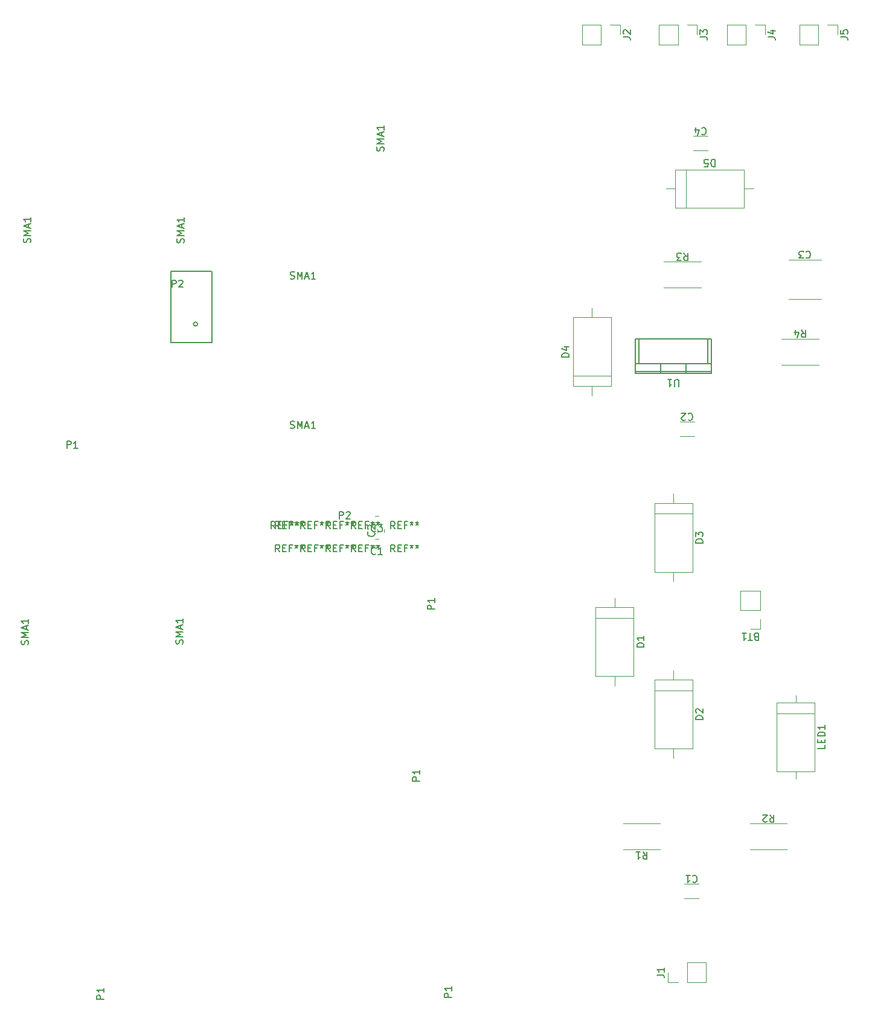
<source format=gbr>
*
%LPD*%
%LNTop Silk*%
%FSLAX25Y25*%
%MOIN*%
%AD*%
%AD*%
%ADD20C,0.005905512*%
%ADD35C,0.004724409*%
G54D20*
%SRX1Y1I0.0J0.0*%
G1X99273Y12322D2*
G1X95336Y12322D1*
G1X95336Y13822D1*
G1X95524Y14197D1*
G1X95711Y14385D1*
G1X96086Y14572D1*
G1X96648Y14572D1*
G1X97023Y14385D1*
G1X97211Y14197D1*
G1X97398Y13822D1*
G1X97398Y12322D1*
G1X99273Y18322D2*
G1X99273Y16072D1*
G1X99273Y17197D2*
G1X95336Y17197D1*
G1X95899Y16822D1*
G1X96274Y16447D1*
G1X96461Y16072D1*
G1X273573Y132722D2*
G1X269636Y132722D1*
G1X269636Y134222D1*
G1X269824Y134597D1*
G1X270011Y134785D1*
G1X270386Y134972D1*
G1X270948Y134972D1*
G1X271323Y134785D1*
G1X271511Y134597D1*
G1X271698Y134222D1*
G1X271698Y132722D1*
G1X273573Y138722D2*
G1X273573Y136472D1*
G1X273573Y137597D2*
G1X269636Y137597D1*
G1X270199Y137222D1*
G1X270574Y136847D1*
G1X270761Y136472D1*
G1X461622Y226950D2*
G54D35*
G1X461622Y237422D1*
G1X450678Y237422D1*
G1X450678Y226950D1*
G1X461622Y226950D1*
G1X461622Y221950D2*
G1X461622Y216478D1*
G1X456150Y216478D1*
G1X427587Y75966D2*
G1X419713Y75966D1*
G1X419713Y67934D2*
G1X427587Y67934D1*
G1X425087Y330966D2*
G1X417213Y330966D1*
G1X417213Y322934D2*
G1X425087Y322934D1*
G1X495205Y420198D2*
G1X477095Y420198D1*
G1X477095Y398702D2*
G1X495205Y398702D1*
G1X432587Y488466D2*
G1X424713Y488466D1*
G1X424713Y480434D2*
G1X432587Y480434D1*
G1X391642Y228446D2*
G1X370658Y228446D1*
G1X370658Y190454D1*
G1X391642Y190454D1*
G1X391642Y228446D1*
G1X381150Y233623D2*
G1X381150Y228446D1*
G1X381150Y185277D2*
G1X381150Y190454D1*
G1X391642Y222582D2*
G1X370658Y222582D1*
G1X424142Y188446D2*
G1X403158Y188446D1*
G1X403158Y150454D1*
G1X424142Y150454D1*
G1X424142Y188446D1*
G1X413650Y193623D2*
G1X413650Y188446D1*
G1X413650Y145277D2*
G1X413650Y150454D1*
G1X424142Y182582D2*
G1X403158Y182582D1*
G1X424142Y285946D2*
G1X403158Y285946D1*
G1X403158Y247954D1*
G1X424142Y247954D1*
G1X424142Y285946D1*
G1X413650Y291123D2*
G1X413650Y285946D1*
G1X413650Y242777D2*
G1X413650Y247954D1*
G1X424142Y280082D2*
G1X403158Y280082D1*
G1X358158Y350454D2*
G1X379142Y350454D1*
G1X379142Y388446D1*
G1X358158Y388446D1*
G1X358158Y350454D1*
G1X368650Y345277D2*
G1X368650Y350454D1*
G1X368650Y393623D2*
G1X368650Y388446D1*
G1X358158Y356318D2*
G1X379142Y356318D1*
G1X414654Y469942D2*
G1X414654Y448958D1*
G1X452646Y448958D1*
G1X452646Y469942D1*
G1X414654Y469942D1*
G1X409477Y459450D2*
G1X414654Y459450D1*
G1X457823Y459450D2*
G1X452646Y459450D1*
G1X420518Y469942D2*
G1X420518Y448958D1*
G1X421150Y21478D2*
G1X431622Y21478D1*
G1X431622Y32422D1*
G1X421150Y32422D1*
G1X421150Y21478D1*
G1X416150Y21478D2*
G1X410678Y21478D1*
G1X410678Y26950D1*
G1X373650Y549922D2*
G1X363178Y549922D1*
G1X363178Y538978D1*
G1X373650Y538978D1*
G1X373650Y549922D1*
G1X378650Y549922D2*
G1X384122Y549922D1*
G1X384122Y544450D1*
G1X416150Y549922D2*
G1X405678Y549922D1*
G1X405678Y538978D1*
G1X416150Y538978D1*
G1X416150Y549922D1*
G1X421150Y549922D2*
G1X426622Y549922D1*
G1X426622Y544450D1*
G1X453650Y549922D2*
G1X443178Y549922D1*
G1X443178Y538978D1*
G1X453650Y538978D1*
G1X453650Y549922D1*
G1X458650Y549922D2*
G1X464122Y549922D1*
G1X464122Y544450D1*
G1X493650Y549922D2*
G1X483178Y549922D1*
G1X483178Y538978D1*
G1X493650Y538978D1*
G1X493650Y549922D1*
G1X498650Y549922D2*
G1X504122Y549922D1*
G1X504122Y544450D1*
G1X491622Y175887D2*
G1X470678Y175887D1*
G1X470678Y138013D1*
G1X491622Y138013D1*
G1X491622Y175887D1*
G1X481150Y179942D2*
G1X481150Y175887D1*
G1X481150Y133958D2*
G1X481150Y138013D1*
G1X491622Y170041D2*
G1X470678Y170041D1*
G1X385914Y109115D2*
G1X406386Y109115D1*
G1X406386Y94785D2*
G1X385914Y94785D1*
G1X476386Y94785D2*
G1X455914Y94785D1*
G1X455914Y109115D2*
G1X476386Y109115D1*
G1X428886Y404785D2*
G1X408414Y404785D1*
G1X408414Y419115D2*
G1X428886Y419115D1*
G1X493886Y362285D2*
G1X473414Y362285D1*
G1X473414Y376615D2*
G1X493886Y376615D1*
G1X394650Y362950D2*
G54D20*
G1X394650Y376450D1*
G1X432650Y362950D2*
G1X432650Y376450D1*
G1X392650Y358450D2*
G1X434650Y358450D1*
G1X406650Y362450D2*
G1X406650Y357450D1*
G1X420650Y362450D2*
G1X420650Y357450D1*
G1X434650Y362950D2*
G1X392650Y362950D1*
G1X392650Y376450D2*
G1X434650Y376450D1*
G1X434650Y357450D2*
G1X434650Y376450D1*
G1X392650Y357450D2*
G1X392650Y376450D1*
G1X392650Y357450D2*
G1X434650Y357450D1*
G1X459243Y212259D2*
G1X458681Y212447D1*
G1X458493Y212634D1*
G1X458306Y213009D1*
G1X458306Y213572D1*
G1X458493Y213947D1*
G1X458681Y214134D1*
G1X459056Y214322D1*
G1X460556Y214322D1*
G1X460556Y210385D1*
G1X459243Y210385D1*
G1X458868Y210572D1*
G1X458681Y210760D1*
G1X458493Y211134D1*
G1X458493Y211509D1*
G1X458681Y211884D1*
G1X458868Y212072D1*
G1X459243Y212259D1*
G1X460556Y212259D1*
G1X457181Y210385D2*
G1X454931Y210385D1*
G1X456056Y214322D2*
G1X456056Y210385D1*
G1X451557Y214322D2*
G1X453807Y214322D1*
G1X452682Y214322D2*
G1X452682Y210385D1*
G1X453057Y210947D1*
G1X453432Y211322D1*
G1X453807Y211509D1*
G1X424306Y80246D2*
G1X424494Y80433D1*
G1X425056Y80621D1*
G1X425431Y80621D1*
G1X425993Y80433D1*
G1X426368Y80058D1*
G1X426556Y79683D1*
G1X426743Y78934D1*
G1X426743Y78371D1*
G1X426556Y77621D1*
G1X426368Y77246D1*
G1X425993Y76871D1*
G1X425431Y76684D1*
G1X425056Y76684D1*
G1X424494Y76871D1*
G1X424306Y77059D1*
G1X420557Y80621D2*
G1X422806Y80621D1*
G1X421681Y80621D2*
G1X421681Y76684D1*
G1X422056Y77246D1*
G1X422431Y77621D1*
G1X422806Y77809D1*
G1X421806Y335246D2*
G1X421994Y335433D1*
G1X422556Y335621D1*
G1X422931Y335621D1*
G1X423493Y335433D1*
G1X423868Y335058D1*
G1X424056Y334683D1*
G1X424243Y333934D1*
G1X424243Y333371D1*
G1X424056Y332621D1*
G1X423868Y332246D1*
G1X423493Y331871D1*
G1X422931Y331684D1*
G1X422556Y331684D1*
G1X421994Y331871D1*
G1X421806Y332059D1*
G1X420306Y332059D2*
G1X420119Y331871D1*
G1X419744Y331684D1*
G1X418807Y331684D1*
G1X418432Y331871D1*
G1X418244Y332059D1*
G1X418057Y332434D1*
G1X418057Y332809D1*
G1X418244Y333371D1*
G1X420494Y335621D1*
G1X418057Y335621D1*
G1X486806Y424636D2*
G1X486994Y424823D1*
G1X487556Y425011D1*
G1X487931Y425011D1*
G1X488493Y424823D1*
G1X488868Y424448D1*
G1X489056Y424073D1*
G1X489243Y423323D1*
G1X489243Y422761D1*
G1X489056Y422011D1*
G1X488868Y421636D1*
G1X488493Y421261D1*
G1X487931Y421074D1*
G1X487556Y421074D1*
G1X486994Y421261D1*
G1X486806Y421449D1*
G1X485494Y421074D2*
G1X483057Y421074D1*
G1X484369Y422573D1*
G1X483807Y422573D1*
G1X483432Y422761D1*
G1X483244Y422948D1*
G1X483057Y423323D1*
G1X483057Y424261D1*
G1X483244Y424636D1*
G1X483432Y424823D1*
G1X483807Y425011D1*
G1X484931Y425011D1*
G1X485306Y424823D1*
G1X485494Y424636D1*
G1X429306Y492746D2*
G1X429494Y492933D1*
G1X430056Y493121D1*
G1X430431Y493121D1*
G1X430993Y492933D1*
G1X431368Y492558D1*
G1X431556Y492183D1*
G1X431743Y491434D1*
G1X431743Y490871D1*
G1X431556Y490121D1*
G1X431368Y489746D1*
G1X430993Y489371D1*
G1X430431Y489184D1*
G1X430056Y489184D1*
G1X429494Y489371D1*
G1X429306Y489559D1*
G1X425932Y490496D2*
G1X425932Y493121D1*
G1X426869Y488996D2*
G1X427806Y491808D1*
G1X425369Y491808D1*
G1X397360Y206544D2*
G1X393423Y206544D1*
G1X393423Y207481D1*
G1X393611Y208044D1*
G1X393986Y208419D1*
G1X394361Y208606D1*
G1X395110Y208794D1*
G1X395673Y208794D1*
G1X396423Y208606D1*
G1X396798Y208419D1*
G1X397173Y208044D1*
G1X397360Y207481D1*
G1X397360Y206544D1*
G1X397360Y212543D2*
G1X397360Y210294D1*
G1X397360Y211419D2*
G1X393423Y211419D1*
G1X393986Y211044D1*
G1X394361Y210669D1*
G1X394548Y210294D1*
G1X429860Y166544D2*
G1X425923Y166544D1*
G1X425923Y167481D1*
G1X426111Y168044D1*
G1X426486Y168419D1*
G1X426861Y168606D1*
G1X427610Y168794D1*
G1X428173Y168794D1*
G1X428923Y168606D1*
G1X429298Y168419D1*
G1X429673Y168044D1*
G1X429860Y167481D1*
G1X429860Y166544D1*
G1X426298Y170294D2*
G1X426111Y170481D1*
G1X425923Y170856D1*
G1X425923Y171793D1*
G1X426111Y172168D1*
G1X426298Y172356D1*
G1X426673Y172543D1*
G1X427048Y172543D1*
G1X427610Y172356D1*
G1X429860Y170106D1*
G1X429860Y172543D1*
G1X429860Y264044D2*
G1X425923Y264044D1*
G1X425923Y264981D1*
G1X426111Y265544D1*
G1X426486Y265919D1*
G1X426861Y266106D1*
G1X427610Y266294D1*
G1X428173Y266294D1*
G1X428923Y266106D1*
G1X429298Y265919D1*
G1X429673Y265544D1*
G1X429860Y264981D1*
G1X429860Y264044D1*
G1X425923Y267606D2*
G1X425923Y270043D1*
G1X427423Y268731D1*
G1X427423Y269293D1*
G1X427610Y269668D1*
G1X427798Y269856D1*
G1X428173Y270043D1*
G1X429110Y270043D1*
G1X429485Y269856D1*
G1X429673Y269668D1*
G1X429860Y269293D1*
G1X429860Y268169D1*
G1X429673Y267794D1*
G1X429485Y267606D1*
G1X356002Y366544D2*
G1X352065Y366544D1*
G1X352065Y367481D1*
G1X352252Y368044D1*
G1X352627Y368419D1*
G1X353002Y368606D1*
G1X353752Y368794D1*
G1X354315Y368794D1*
G1X355065Y368606D1*
G1X355439Y368419D1*
G1X355814Y368044D1*
G1X356002Y367481D1*
G1X356002Y366544D1*
G1X353377Y372168D2*
G1X356002Y372168D1*
G1X351877Y371231D2*
G1X354690Y370294D1*
G1X354690Y372731D1*
G1X436556Y475660D2*
G1X436556Y471723D1*
G1X435619Y471723D1*
G1X435056Y471911D1*
G1X434681Y472286D1*
G1X434494Y472661D1*
G1X434306Y473410D1*
G1X434306Y473973D1*
G1X434494Y474723D1*
G1X434681Y475098D1*
G1X435056Y475473D1*
G1X435619Y475660D1*
G1X436556Y475660D1*
G1X430744Y471723D2*
G1X432619Y471723D1*
G1X432806Y473598D1*
G1X432619Y473410D1*
G1X432244Y473223D1*
G1X431307Y473223D1*
G1X430932Y473410D1*
G1X430744Y473598D1*
G1X430557Y473973D1*
G1X430557Y474910D1*
G1X430744Y475285D1*
G1X430932Y475473D1*
G1X431307Y475660D1*
G1X432244Y475660D1*
G1X432619Y475473D1*
G1X432806Y475285D1*
G1X404585Y25638D2*
G1X407397Y25638D1*
G1X407959Y25450D1*
G1X408334Y25075D1*
G1X408522Y24513D1*
G1X408522Y24138D1*
G1X408522Y29575D2*
G1X408522Y27325D1*
G1X408522Y28450D2*
G1X404585Y28450D1*
G1X405147Y28075D1*
G1X405522Y27700D1*
G1X405709Y27325D1*
G1X385903Y543138D2*
G1X388716Y543138D1*
G1X389278Y542950D1*
G1X389653Y542575D1*
G1X389840Y542013D1*
G1X389840Y541638D1*
G1X386278Y544825D2*
G1X386091Y545012D1*
G1X385903Y545387D1*
G1X385903Y546325D1*
G1X386091Y546700D1*
G1X386278Y546887D1*
G1X386653Y547075D1*
G1X387028Y547075D1*
G1X387591Y546887D1*
G1X389840Y544637D1*
G1X389840Y547075D1*
G1X428403Y543138D2*
G1X431216Y543138D1*
G1X431778Y542950D1*
G1X432153Y542575D1*
G1X432340Y542013D1*
G1X432340Y541638D1*
G1X428403Y544637D2*
G1X428403Y547075D1*
G1X429903Y545762D1*
G1X429903Y546325D1*
G1X430091Y546700D1*
G1X430278Y546887D1*
G1X430653Y547075D1*
G1X431591Y547075D1*
G1X431966Y546887D1*
G1X432153Y546700D1*
G1X432340Y546325D1*
G1X432340Y545200D1*
G1X432153Y544825D1*
G1X431966Y544637D1*
G1X465903Y543138D2*
G1X468716Y543138D1*
G1X469278Y542950D1*
G1X469653Y542575D1*
G1X469840Y542013D1*
G1X469840Y541638D1*
G1X467216Y546700D2*
G1X469840Y546700D1*
G1X465716Y545762D2*
G1X468528Y544825D1*
G1X468528Y547262D1*
G1X505903Y543138D2*
G1X508716Y543138D1*
G1X509278Y542950D1*
G1X509653Y542575D1*
G1X509840Y542013D1*
G1X509840Y541638D1*
G1X505903Y546887D2*
G1X505903Y545012D1*
G1X507778Y544825D1*
G1X507591Y545012D1*
G1X507403Y545387D1*
G1X507403Y546325D1*
G1X507591Y546700D1*
G1X507778Y546887D1*
G1X508153Y547075D1*
G1X509091Y547075D1*
G1X509466Y546887D1*
G1X509653Y546700D1*
G1X509840Y546325D1*
G1X509840Y545387D1*
G1X509653Y545012D1*
G1X509466Y544825D1*
G1X497340Y152544D2*
G1X497340Y150670D1*
G1X493403Y150670D1*
G1X495278Y153857D2*
G1X495278Y155169D1*
G1X497340Y155731D2*
G1X497340Y153857D1*
G1X493403Y153857D1*
G1X493403Y155731D1*
G1X497340Y157419D2*
G1X493403Y157419D1*
G1X493403Y158356D1*
G1X493591Y158919D1*
G1X493966Y159293D1*
G1X494341Y159481D1*
G1X495091Y159668D1*
G1X495653Y159668D1*
G1X496403Y159481D1*
G1X496778Y159293D1*
G1X497153Y158919D1*
G1X497340Y158356D1*
G1X497340Y157419D1*
G1X497340Y163418D2*
G1X497340Y161168D1*
G1X497340Y162293D2*
G1X493403Y162293D1*
G1X493966Y161918D1*
G1X494341Y161543D1*
G1X494528Y161168D1*
G1X396806Y93495D2*
G1X398119Y91620D1*
G1X399056Y93495D2*
G1X399056Y89558D1*
G1X397556Y89558D1*
G1X397181Y89745D1*
G1X396994Y89933D1*
G1X396806Y90308D1*
G1X396806Y90870D1*
G1X396994Y91245D1*
G1X397181Y91433D1*
G1X397556Y91620D1*
G1X399056Y91620D1*
G1X393057Y93495D2*
G1X395306Y93495D1*
G1X394181Y93495D2*
G1X394181Y89558D1*
G1X394556Y90120D1*
G1X394931Y90495D1*
G1X395306Y90683D1*
G1X466806Y113967D2*
G1X468119Y112092D1*
G1X469056Y113967D2*
G1X469056Y110030D1*
G1X467556Y110030D1*
G1X467181Y110218D1*
G1X466994Y110405D1*
G1X466806Y110780D1*
G1X466806Y111343D1*
G1X466994Y111718D1*
G1X467181Y111905D1*
G1X467556Y112092D1*
G1X469056Y112092D1*
G1X465306Y110405D2*
G1X465119Y110218D1*
G1X464744Y110030D1*
G1X463807Y110030D1*
G1X463432Y110218D1*
G1X463244Y110405D1*
G1X463057Y110780D1*
G1X463057Y111155D1*
G1X463244Y111718D1*
G1X465494Y113967D1*
G1X463057Y113967D1*
G1X419306Y423967D2*
G1X420619Y422092D1*
G1X421556Y423967D2*
G1X421556Y420030D1*
G1X420056Y420030D1*
G1X419681Y420218D1*
G1X419494Y420405D1*
G1X419306Y420780D1*
G1X419306Y421343D1*
G1X419494Y421718D1*
G1X419681Y421905D1*
G1X420056Y422092D1*
G1X421556Y422092D1*
G1X417994Y420030D2*
G1X415557Y420030D1*
G1X416869Y421530D1*
G1X416307Y421530D1*
G1X415932Y421718D1*
G1X415744Y421905D1*
G1X415557Y422280D1*
G1X415557Y423217D1*
G1X415744Y423592D1*
G1X415932Y423780D1*
G1X416307Y423967D1*
G1X417431Y423967D1*
G1X417806Y423780D1*
G1X417994Y423592D1*
G1X484306Y381467D2*
G1X485619Y379592D1*
G1X486556Y381467D2*
G1X486556Y377530D1*
G1X485056Y377530D1*
G1X484681Y377718D1*
G1X484494Y377905D1*
G1X484306Y378280D1*
G1X484306Y378843D1*
G1X484494Y379218D1*
G1X484681Y379405D1*
G1X485056Y379592D1*
G1X486556Y379592D1*
G1X480932Y378843D2*
G1X480932Y381467D1*
G1X481869Y377343D2*
G1X482806Y380155D1*
G1X480369Y380155D1*
G1X416650Y350294D2*
G1X416650Y353481D1*
G1X416462Y353856D1*
G1X416275Y354044D1*
G1X415900Y354231D1*
G1X415150Y354231D1*
G1X414775Y354044D1*
G1X414587Y353856D1*
G1X414400Y353481D1*
G1X414400Y350294D1*
G1X410463Y354231D2*
G1X412713Y354231D1*
G1X411588Y354231D2*
G1X411588Y350294D1*
G1X411963Y350856D1*
G1X412338Y351231D1*
G1X412713Y351419D1*
G1X291123Y13272D2*
G1X287186Y13272D1*
G1X287186Y14772D1*
G1X287374Y15147D1*
G1X287561Y15335D1*
G1X287936Y15522D1*
G1X288498Y15522D1*
G1X288873Y15335D1*
G1X289061Y15147D1*
G1X289248Y14772D1*
G1X289248Y13272D1*
G1X291123Y19272D2*
G1X291123Y17022D1*
G1X291123Y18147D2*
G1X287186Y18147D1*
G1X287749Y17772D1*
G1X288124Y17397D1*
G1X288311Y17022D1*
G1X57386Y207992D2*
G1X57573Y208554D1*
G1X57573Y209492D1*
G1X57386Y209866D1*
G1X57198Y210054D1*
G1X56823Y210241D1*
G1X56448Y210241D1*
G1X56073Y210054D1*
G1X55886Y209866D1*
G1X55698Y209492D1*
G1X55511Y208742D1*
G1X55323Y208367D1*
G1X55136Y208179D1*
G1X54761Y207992D1*
G1X54386Y207992D1*
G1X54011Y208179D1*
G1X53824Y208367D1*
G1X53636Y208742D1*
G1X53636Y209679D1*
G1X53824Y210241D1*
G1X57573Y211929D2*
G1X53636Y211929D1*
G1X56448Y213241D1*
G1X53636Y214553D1*
G1X57573Y214553D1*
G1X56448Y216241D2*
G1X56448Y218115D1*
G1X57573Y215866D2*
G1X53636Y217178D1*
G1X57573Y218490D1*
G1X57573Y221865D2*
G1X57573Y219615D1*
G1X57573Y220740D2*
G1X53636Y220740D1*
G1X54199Y220365D1*
G1X54574Y219990D1*
G1X54761Y219615D1*
G1X248866Y262550D2*
G54D35*
G1X250834Y262550D1*
G1X250834Y266250D2*
G1X248866Y266250D1*
G1X250150Y271734D2*
G1X250150Y269766D1*
G1X253850Y269766D2*
G1X253850Y271734D1*
G1X248866Y275250D2*
G1X250834Y275250D1*
G1X250834Y278950D2*
G1X248866Y278950D1*
G1X249194Y257994D2*
G54D20*
G1X249006Y257806D1*
G1X248444Y257619D1*
G1X248069Y257619D1*
G1X247507Y257806D1*
G1X247132Y258181D1*
G1X246944Y258556D1*
G1X246757Y259306D1*
G1X246757Y259869D1*
G1X246944Y260619D1*
G1X247132Y260994D1*
G1X247507Y261369D1*
G1X248069Y261556D1*
G1X248444Y261556D1*
G1X249006Y261369D1*
G1X249194Y261181D1*
G1X252943Y257619D2*
G1X250694Y257619D1*
G1X251819Y257619D2*
G1X251819Y261556D1*
G1X251444Y260994D1*
G1X251069Y260619D1*
G1X250694Y260431D1*
G1X248406Y270094D2*
G1X248594Y269906D1*
G1X248781Y269344D1*
G1X248781Y268969D1*
G1X248594Y268407D1*
G1X248219Y268032D1*
G1X247844Y267844D1*
G1X247094Y267657D1*
G1X246531Y267657D1*
G1X245781Y267844D1*
G1X245406Y268032D1*
G1X245031Y268407D1*
G1X244844Y268969D1*
G1X244844Y269344D1*
G1X245031Y269906D1*
G1X245219Y270094D1*
G1X245219Y271594D2*
G1X245031Y271781D1*
G1X244844Y272156D1*
G1X244844Y273093D1*
G1X245031Y273468D1*
G1X245219Y273656D1*
G1X245594Y273843D1*
G1X245969Y273843D1*
G1X246531Y273656D1*
G1X248781Y271406D1*
G1X248781Y273843D1*
G1X249194Y270694D2*
G1X249006Y270506D1*
G1X248444Y270319D1*
G1X248069Y270319D1*
G1X247507Y270506D1*
G1X247132Y270881D1*
G1X246944Y271256D1*
G1X246757Y272006D1*
G1X246757Y272569D1*
G1X246944Y273319D1*
G1X247132Y273694D1*
G1X247507Y274069D1*
G1X248069Y274256D1*
G1X248444Y274256D1*
G1X249006Y274069D1*
G1X249194Y273881D1*
G1X250506Y274256D2*
G1X252943Y274256D1*
G1X251631Y272756D1*
G1X252193Y272756D1*
G1X252568Y272569D1*
G1X252756Y272381D1*
G1X252943Y272006D1*
G1X252943Y271069D1*
G1X252756Y270694D1*
G1X252568Y270506D1*
G1X252193Y270319D1*
G1X251069Y270319D1*
G1X250694Y270506D1*
G1X250506Y270694D1*
G1X281773Y227472D2*
G1X277836Y227472D1*
G1X277836Y228972D1*
G1X278024Y229347D1*
G1X278211Y229535D1*
G1X278586Y229722D1*
G1X279148Y229722D1*
G1X279523Y229535D1*
G1X279711Y229347D1*
G1X279898Y228972D1*
G1X279898Y227472D1*
G1X281773Y233472D2*
G1X281773Y231222D1*
G1X281773Y232347D2*
G1X277836Y232347D1*
G1X278399Y231972D1*
G1X278774Y231597D1*
G1X278961Y231222D1*
G1X229194Y277308D2*
G1X229194Y281245D1*
G1X230694Y281245D1*
G1X231069Y281057D1*
G1X231256Y280870D1*
G1X231444Y280495D1*
G1X231444Y279933D1*
G1X231256Y279558D1*
G1X231069Y279370D1*
G1X230694Y279183D1*
G1X229194Y279183D1*
G1X232944Y280870D2*
G1X233131Y281057D1*
G1X233506Y281245D1*
G1X234443Y281245D1*
G1X234818Y281057D1*
G1X235006Y280870D1*
G1X235193Y280495D1*
G1X235193Y280120D1*
G1X235006Y279558D1*
G1X232756Y277308D1*
G1X235193Y277308D1*
G1X224301Y271819D2*
G1X222988Y273694D1*
G1X222051Y271819D2*
G1X222051Y275756D1*
G1X223551Y275756D1*
G1X223926Y275569D1*
G1X224113Y275381D1*
G1X224301Y275006D1*
G1X224301Y274444D1*
G1X224113Y274069D1*
G1X223926Y273881D1*
G1X223551Y273694D1*
G1X222051Y273694D1*
G1X225988Y273881D2*
G1X227300Y273881D1*
G1X227863Y271819D2*
G1X225988Y271819D1*
G1X225988Y275756D1*
G1X227863Y275756D1*
G1X230862Y273881D2*
G1X229550Y273881D1*
G1X229550Y271819D2*
G1X229550Y275756D1*
G1X231425Y275756D1*
G1X233487Y275756D2*
G1X233487Y274819D1*
G1X232550Y275194D2*
G1X233487Y274819D1*
G1X234424Y275194D1*
G1X232925Y274069D2*
G1X233487Y274819D1*
G1X234049Y274069D1*
G1X236487Y275756D2*
G1X236487Y274819D1*
G1X235549Y275194D2*
G1X236487Y274819D1*
G1X237424Y275194D1*
G1X235924Y274069D2*
G1X236487Y274819D1*
G1X237049Y274069D1*
G1X193801Y271819D2*
G1X192488Y273694D1*
G1X191551Y271819D2*
G1X191551Y275756D1*
G1X193051Y275756D1*
G1X193426Y275569D1*
G1X193613Y275381D1*
G1X193801Y275006D1*
G1X193801Y274444D1*
G1X193613Y274069D1*
G1X193426Y273881D1*
G1X193051Y273694D1*
G1X191551Y273694D1*
G1X195488Y273881D2*
G1X196800Y273881D1*
G1X197363Y271819D2*
G1X195488Y271819D1*
G1X195488Y275756D1*
G1X197363Y275756D1*
G1X200362Y273881D2*
G1X199050Y273881D1*
G1X199050Y271819D2*
G1X199050Y275756D1*
G1X200925Y275756D1*
G1X202987Y275756D2*
G1X202987Y274819D1*
G1X202050Y275194D2*
G1X202987Y274819D1*
G1X203924Y275194D1*
G1X202425Y274069D2*
G1X202987Y274819D1*
G1X203549Y274069D1*
G1X205987Y275756D2*
G1X205987Y274819D1*
G1X205049Y275194D2*
G1X205987Y274819D1*
G1X206924Y275194D1*
G1X205424Y274069D2*
G1X205987Y274819D1*
G1X206549Y274069D1*
G1X238301Y271819D2*
G1X236988Y273694D1*
G1X236051Y271819D2*
G1X236051Y275756D1*
G1X237551Y275756D1*
G1X237926Y275569D1*
G1X238113Y275381D1*
G1X238301Y275006D1*
G1X238301Y274444D1*
G1X238113Y274069D1*
G1X237926Y273881D1*
G1X237551Y273694D1*
G1X236051Y273694D1*
G1X239988Y273881D2*
G1X241300Y273881D1*
G1X241863Y271819D2*
G1X239988Y271819D1*
G1X239988Y275756D1*
G1X241863Y275756D1*
G1X244862Y273881D2*
G1X243550Y273881D1*
G1X243550Y271819D2*
G1X243550Y275756D1*
G1X245425Y275756D1*
G1X247487Y275756D2*
G1X247487Y274819D1*
G1X246550Y275194D2*
G1X247487Y274819D1*
G1X248424Y275194D1*
G1X246925Y274069D2*
G1X247487Y274819D1*
G1X248049Y274069D1*
G1X250487Y275756D2*
G1X250487Y274819D1*
G1X249549Y275194D2*
G1X250487Y274819D1*
G1X251424Y275194D1*
G1X249924Y274069D2*
G1X250487Y274819D1*
G1X251049Y274069D1*
G1X210301Y271819D2*
G1X208988Y273694D1*
G1X208051Y271819D2*
G1X208051Y275756D1*
G1X209551Y275756D1*
G1X209926Y275569D1*
G1X210113Y275381D1*
G1X210301Y275006D1*
G1X210301Y274444D1*
G1X210113Y274069D1*
G1X209926Y273881D1*
G1X209551Y273694D1*
G1X208051Y273694D1*
G1X211988Y273881D2*
G1X213300Y273881D1*
G1X213863Y271819D2*
G1X211988Y271819D1*
G1X211988Y275756D1*
G1X213863Y275756D1*
G1X216862Y273881D2*
G1X215550Y273881D1*
G1X215550Y271819D2*
G1X215550Y275756D1*
G1X217425Y275756D1*
G1X219487Y275756D2*
G1X219487Y274819D1*
G1X218550Y275194D2*
G1X219487Y274819D1*
G1X220424Y275194D1*
G1X218925Y274069D2*
G1X219487Y274819D1*
G1X220049Y274069D1*
G1X222487Y275756D2*
G1X222487Y274819D1*
G1X221549Y275194D2*
G1X222487Y274819D1*
G1X223424Y275194D1*
G1X221924Y274069D2*
G1X222487Y274819D1*
G1X223049Y274069D1*
G1X196301Y271819D2*
G1X194988Y273694D1*
G1X194051Y271819D2*
G1X194051Y275756D1*
G1X195551Y275756D1*
G1X195926Y275569D1*
G1X196113Y275381D1*
G1X196301Y275006D1*
G1X196301Y274444D1*
G1X196113Y274069D1*
G1X195926Y273881D1*
G1X195551Y273694D1*
G1X194051Y273694D1*
G1X197988Y273881D2*
G1X199300Y273881D1*
G1X199863Y271819D2*
G1X197988Y271819D1*
G1X197988Y275756D1*
G1X199863Y275756D1*
G1X202862Y273881D2*
G1X201550Y273881D1*
G1X201550Y271819D2*
G1X201550Y275756D1*
G1X203425Y275756D1*
G1X205487Y275756D2*
G1X205487Y274819D1*
G1X204550Y275194D2*
G1X205487Y274819D1*
G1X206424Y275194D1*
G1X204925Y274069D2*
G1X205487Y274819D1*
G1X206049Y274069D1*
G1X208487Y275756D2*
G1X208487Y274819D1*
G1X207549Y275194D2*
G1X208487Y274819D1*
G1X209424Y275194D1*
G1X207924Y274069D2*
G1X208487Y274819D1*
G1X209049Y274069D1*
G1X238301Y259119D2*
G1X236988Y260994D1*
G1X236051Y259119D2*
G1X236051Y263056D1*
G1X237551Y263056D1*
G1X237926Y262869D1*
G1X238113Y262681D1*
G1X238301Y262306D1*
G1X238301Y261744D1*
G1X238113Y261369D1*
G1X237926Y261181D1*
G1X237551Y260994D1*
G1X236051Y260994D1*
G1X239988Y261181D2*
G1X241300Y261181D1*
G1X241863Y259119D2*
G1X239988Y259119D1*
G1X239988Y263056D1*
G1X241863Y263056D1*
G1X244862Y261181D2*
G1X243550Y261181D1*
G1X243550Y259119D2*
G1X243550Y263056D1*
G1X245425Y263056D1*
G1X247487Y263056D2*
G1X247487Y262119D1*
G1X246550Y262494D2*
G1X247487Y262119D1*
G1X248424Y262494D1*
G1X246925Y261369D2*
G1X247487Y262119D1*
G1X248049Y261369D1*
G1X250487Y263056D2*
G1X250487Y262119D1*
G1X249549Y262494D2*
G1X250487Y262119D1*
G1X251424Y262494D1*
G1X249924Y261369D2*
G1X250487Y262119D1*
G1X251049Y261369D1*
G1X224301Y259119D2*
G1X222988Y260994D1*
G1X222051Y259119D2*
G1X222051Y263056D1*
G1X223551Y263056D1*
G1X223926Y262869D1*
G1X224113Y262681D1*
G1X224301Y262306D1*
G1X224301Y261744D1*
G1X224113Y261369D1*
G1X223926Y261181D1*
G1X223551Y260994D1*
G1X222051Y260994D1*
G1X225988Y261181D2*
G1X227300Y261181D1*
G1X227863Y259119D2*
G1X225988Y259119D1*
G1X225988Y263056D1*
G1X227863Y263056D1*
G1X230862Y261181D2*
G1X229550Y261181D1*
G1X229550Y259119D2*
G1X229550Y263056D1*
G1X231425Y263056D1*
G1X233487Y263056D2*
G1X233487Y262119D1*
G1X232550Y262494D2*
G1X233487Y262119D1*
G1X234424Y262494D1*
G1X232925Y261369D2*
G1X233487Y262119D1*
G1X234049Y261369D1*
G1X236487Y263056D2*
G1X236487Y262119D1*
G1X235549Y262494D2*
G1X236487Y262119D1*
G1X237424Y262494D1*
G1X235924Y261369D2*
G1X236487Y262119D1*
G1X237049Y261369D1*
G1X210301Y259119D2*
G1X208988Y260994D1*
G1X208051Y259119D2*
G1X208051Y263056D1*
G1X209551Y263056D1*
G1X209926Y262869D1*
G1X210113Y262681D1*
G1X210301Y262306D1*
G1X210301Y261744D1*
G1X210113Y261369D1*
G1X209926Y261181D1*
G1X209551Y260994D1*
G1X208051Y260994D1*
G1X211988Y261181D2*
G1X213300Y261181D1*
G1X213863Y259119D2*
G1X211988Y259119D1*
G1X211988Y263056D1*
G1X213863Y263056D1*
G1X216862Y261181D2*
G1X215550Y261181D1*
G1X215550Y259119D2*
G1X215550Y263056D1*
G1X217425Y263056D1*
G1X219487Y263056D2*
G1X219487Y262119D1*
G1X218550Y262494D2*
G1X219487Y262119D1*
G1X220424Y262494D1*
G1X218925Y261369D2*
G1X219487Y262119D1*
G1X220049Y261369D1*
G1X222487Y263056D2*
G1X222487Y262119D1*
G1X221549Y262494D2*
G1X222487Y262119D1*
G1X223424Y262494D1*
G1X221924Y261369D2*
G1X222487Y262119D1*
G1X223049Y261369D1*
G1X196301Y259119D2*
G1X194988Y260994D1*
G1X194051Y259119D2*
G1X194051Y263056D1*
G1X195551Y263056D1*
G1X195926Y262869D1*
G1X196113Y262681D1*
G1X196301Y262306D1*
G1X196301Y261744D1*
G1X196113Y261369D1*
G1X195926Y261181D1*
G1X195551Y260994D1*
G1X194051Y260994D1*
G1X197988Y261181D2*
G1X199300Y261181D1*
G1X199863Y259119D2*
G1X197988Y259119D1*
G1X197988Y263056D1*
G1X199863Y263056D1*
G1X202862Y261181D2*
G1X201550Y261181D1*
G1X201550Y259119D2*
G1X201550Y263056D1*
G1X203425Y263056D1*
G1X205487Y263056D2*
G1X205487Y262119D1*
G1X204550Y262494D2*
G1X205487Y262119D1*
G1X206424Y262494D1*
G1X204925Y261369D2*
G1X205487Y262119D1*
G1X206049Y261369D1*
G1X208487Y263056D2*
G1X208487Y262119D1*
G1X207549Y262494D2*
G1X208487Y262119D1*
G1X209424Y262494D1*
G1X207924Y261369D2*
G1X208487Y262119D1*
G1X209049Y261369D1*
G1X259901Y271819D2*
G1X258588Y273694D1*
G1X257651Y271819D2*
G1X257651Y275756D1*
G1X259151Y275756D1*
G1X259526Y275569D1*
G1X259713Y275381D1*
G1X259901Y275006D1*
G1X259901Y274444D1*
G1X259713Y274069D1*
G1X259526Y273881D1*
G1X259151Y273694D1*
G1X257651Y273694D1*
G1X261588Y273881D2*
G1X262900Y273881D1*
G1X263463Y271819D2*
G1X261588Y271819D1*
G1X261588Y275756D1*
G1X263463Y275756D1*
G1X266462Y273881D2*
G1X265150Y273881D1*
G1X265150Y271819D2*
G1X265150Y275756D1*
G1X267025Y275756D1*
G1X269087Y275756D2*
G1X269087Y274819D1*
G1X268150Y275194D2*
G1X269087Y274819D1*
G1X270024Y275194D1*
G1X268525Y274069D2*
G1X269087Y274819D1*
G1X269649Y274069D1*
G1X272087Y275756D2*
G1X272087Y274819D1*
G1X271149Y275194D2*
G1X272087Y274819D1*
G1X273024Y275194D1*
G1X271524Y274069D2*
G1X272087Y274819D1*
G1X272649Y274069D1*
G1X259901Y259119D2*
G1X258588Y260994D1*
G1X257651Y259119D2*
G1X257651Y263056D1*
G1X259151Y263056D1*
G1X259526Y262869D1*
G1X259713Y262681D1*
G1X259901Y262306D1*
G1X259901Y261744D1*
G1X259713Y261369D1*
G1X259526Y261181D1*
G1X259151Y260994D1*
G1X257651Y260994D1*
G1X261588Y261181D2*
G1X262900Y261181D1*
G1X263463Y259119D2*
G1X261588Y259119D1*
G1X261588Y263056D1*
G1X263463Y263056D1*
G1X266462Y261181D2*
G1X265150Y261181D1*
G1X265150Y259119D2*
G1X265150Y263056D1*
G1X267025Y263056D1*
G1X269087Y263056D2*
G1X269087Y262119D1*
G1X268150Y262494D2*
G1X269087Y262119D1*
G1X270024Y262494D1*
G1X268525Y261369D2*
G1X269087Y262119D1*
G1X269649Y261369D1*
G1X272087Y263056D2*
G1X272087Y262119D1*
G1X271149Y262494D2*
G1X272087Y262119D1*
G1X273024Y262494D1*
G1X271524Y261369D2*
G1X272087Y262119D1*
G1X272649Y261369D1*
G1X142686Y208342D2*
G1X142873Y208904D1*
G1X142873Y209842D1*
G1X142686Y210216D1*
G1X142498Y210404D1*
G1X142123Y210591D1*
G1X141748Y210591D1*
G1X141373Y210404D1*
G1X141186Y210216D1*
G1X140998Y209842D1*
G1X140811Y209092D1*
G1X140623Y208717D1*
G1X140436Y208529D1*
G1X140061Y208342D1*
G1X139686Y208342D1*
G1X139311Y208529D1*
G1X139124Y208717D1*
G1X138936Y209092D1*
G1X138936Y210029D1*
G1X139124Y210591D1*
G1X142873Y212279D2*
G1X138936Y212279D1*
G1X141748Y213591D1*
G1X138936Y214903D1*
G1X142873Y214903D1*
G1X141748Y216591D2*
G1X141748Y218465D1*
G1X142873Y216216D2*
G1X138936Y217528D1*
G1X142873Y218840D1*
G1X142873Y222215D2*
G1X142873Y219965D1*
G1X142873Y221090D2*
G1X138936Y221090D1*
G1X139499Y220715D1*
G1X139874Y220340D1*
G1X140061Y219965D1*
G1X150953Y384772D2*
G75*
G3X150953Y384772I-1114J0D1*
G74*
G1X158698Y374457D2*
G1X136178Y374457D1*
G1X158737Y413945D2*
G1X136178Y413945D1*
G1X136217Y413866D1*
G1X136178Y413906D2*
G1X136178Y374535D1*
G1X158776Y413906D2*
G1X158776Y374535D1*
G1X78850Y316258D2*
G1X78850Y320195D1*
G1X80350Y320195D1*
G1X80725Y320008D1*
G1X80912Y319820D1*
G1X81100Y319445D1*
G1X81100Y318883D1*
G1X80912Y318508D1*
G1X80725Y318321D1*
G1X80350Y318133D1*
G1X78850Y318133D1*
G1X84849Y316258D2*
G1X82600Y316258D1*
G1X83724Y316258D2*
G1X83724Y320195D1*
G1X83349Y319633D1*
G1X82974Y319258D1*
G1X82600Y319070D1*
G1X136889Y405085D2*
G1X136889Y409022D1*
G1X138389Y409022D1*
G1X138764Y408835D1*
G1X138952Y408647D1*
G1X139139Y408272D1*
G1X139139Y407710D1*
G1X138952Y407335D1*
G1X138764Y407147D1*
G1X138389Y406960D1*
G1X136889Y406960D1*
G1X140639Y408647D2*
G1X140826Y408835D1*
G1X141201Y409022D1*
G1X142139Y409022D1*
G1X142514Y408835D1*
G1X142701Y408647D1*
G1X142889Y408272D1*
G1X142889Y407897D1*
G1X142701Y407335D1*
G1X140451Y405085D1*
G1X142889Y405085D1*
G1X202188Y327461D2*
G1X202751Y327273D1*
G1X203688Y327273D1*
G1X204063Y327461D1*
G1X204251Y327648D1*
G1X204438Y328023D1*
G1X204438Y328398D1*
G1X204251Y328773D1*
G1X204063Y328961D1*
G1X203688Y329148D1*
G1X202938Y329336D1*
G1X202563Y329523D1*
G1X202376Y329711D1*
G1X202188Y330086D1*
G1X202188Y330461D1*
G1X202376Y330835D1*
G1X202563Y331023D1*
G1X202938Y331210D1*
G1X203876Y331210D1*
G1X204438Y331023D1*
G1X206125Y327273D2*
G1X206125Y331210D1*
G1X207438Y328398D1*
G1X208750Y331210D1*
G1X208750Y327273D1*
G1X210437Y328398D2*
G1X212312Y328398D1*
G1X210062Y327273D2*
G1X211375Y331210D1*
G1X212687Y327273D1*
G1X216062Y327273D2*
G1X213812Y327273D1*
G1X214937Y327273D2*
G1X214937Y331210D1*
G1X214562Y330648D1*
G1X214187Y330273D1*
G1X213812Y330086D1*
G1X58586Y429742D2*
G1X58773Y430304D1*
G1X58773Y431242D1*
G1X58586Y431616D1*
G1X58398Y431804D1*
G1X58023Y431991D1*
G1X57648Y431991D1*
G1X57273Y431804D1*
G1X57086Y431616D1*
G1X56898Y431242D1*
G1X56711Y430492D1*
G1X56523Y430117D1*
G1X56336Y429929D1*
G1X55961Y429742D1*
G1X55586Y429742D1*
G1X55211Y429929D1*
G1X55024Y430117D1*
G1X54836Y430492D1*
G1X54836Y431429D1*
G1X55024Y431991D1*
G1X58773Y433679D2*
G1X54836Y433679D1*
G1X57648Y434991D1*
G1X54836Y436303D1*
G1X58773Y436303D1*
G1X57648Y437991D2*
G1X57648Y439865D1*
G1X58773Y437616D2*
G1X54836Y438928D1*
G1X58773Y440240D1*
G1X58773Y443615D2*
G1X58773Y441365D1*
G1X58773Y442490D2*
G1X54836Y442490D1*
G1X55399Y442115D1*
G1X55774Y441740D1*
G1X55961Y441365D1*
G1X202188Y409861D2*
G1X202751Y409673D1*
G1X203688Y409673D1*
G1X204063Y409861D1*
G1X204251Y410048D1*
G1X204438Y410423D1*
G1X204438Y410798D1*
G1X204251Y411173D1*
G1X204063Y411361D1*
G1X203688Y411548D1*
G1X202938Y411736D1*
G1X202563Y411923D1*
G1X202376Y412111D1*
G1X202188Y412486D1*
G1X202188Y412861D1*
G1X202376Y413235D1*
G1X202563Y413423D1*
G1X202938Y413610D1*
G1X203876Y413610D1*
G1X204438Y413423D1*
G1X206125Y409673D2*
G1X206125Y413610D1*
G1X207438Y410798D1*
G1X208750Y413610D1*
G1X208750Y409673D1*
G1X210437Y410798D2*
G1X212312Y410798D1*
G1X210062Y409673D2*
G1X211375Y413610D1*
G1X212687Y409673D1*
G1X216062Y409673D2*
G1X213812Y409673D1*
G1X214937Y409673D2*
G1X214937Y413610D1*
G1X214562Y413048D1*
G1X214187Y412673D1*
G1X213812Y412486D1*
G1X143286Y429642D2*
G1X143473Y430204D1*
G1X143473Y431142D1*
G1X143286Y431516D1*
G1X143098Y431704D1*
G1X142723Y431891D1*
G1X142348Y431891D1*
G1X141973Y431704D1*
G1X141786Y431516D1*
G1X141598Y431142D1*
G1X141411Y430392D1*
G1X141223Y430017D1*
G1X141036Y429829D1*
G1X140661Y429642D1*
G1X140286Y429642D1*
G1X139911Y429829D1*
G1X139724Y430017D1*
G1X139536Y430392D1*
G1X139536Y431329D1*
G1X139724Y431891D1*
G1X143473Y433579D2*
G1X139536Y433579D1*
G1X142348Y434891D1*
G1X139536Y436203D1*
G1X143473Y436203D1*
G1X142348Y437891D2*
G1X142348Y439765D1*
G1X143473Y437516D2*
G1X139536Y438828D1*
G1X143473Y440140D1*
G1X143473Y443515D2*
G1X143473Y441265D1*
G1X143473Y442390D2*
G1X139536Y442390D1*
G1X140099Y442015D1*
G1X140474Y441640D1*
G1X140661Y441265D1*
G1X253586Y480342D2*
G1X253773Y480904D1*
G1X253773Y481842D1*
G1X253586Y482216D1*
G1X253398Y482404D1*
G1X253023Y482591D1*
G1X252648Y482591D1*
G1X252273Y482404D1*
G1X252086Y482216D1*
G1X251898Y481842D1*
G1X251711Y481092D1*
G1X251523Y480717D1*
G1X251336Y480529D1*
G1X250961Y480342D1*
G1X250586Y480342D1*
G1X250211Y480529D1*
G1X250024Y480717D1*
G1X249836Y481092D1*
G1X249836Y482029D1*
G1X250024Y482591D1*
G1X253773Y484279D2*
G1X249836Y484279D1*
G1X252648Y485591D1*
G1X249836Y486903D1*
G1X253773Y486903D1*
G1X252648Y488591D2*
G1X252648Y490465D1*
G1X253773Y488216D2*
G1X249836Y489528D1*
G1X253773Y490840D1*
G1X253773Y494215D2*
G1X253773Y491965D1*
G1X253773Y493090D2*
G1X249836Y493090D1*
G1X250399Y492715D1*
G1X250774Y492340D1*
G1X250961Y491965D1*
M2*

</source>
